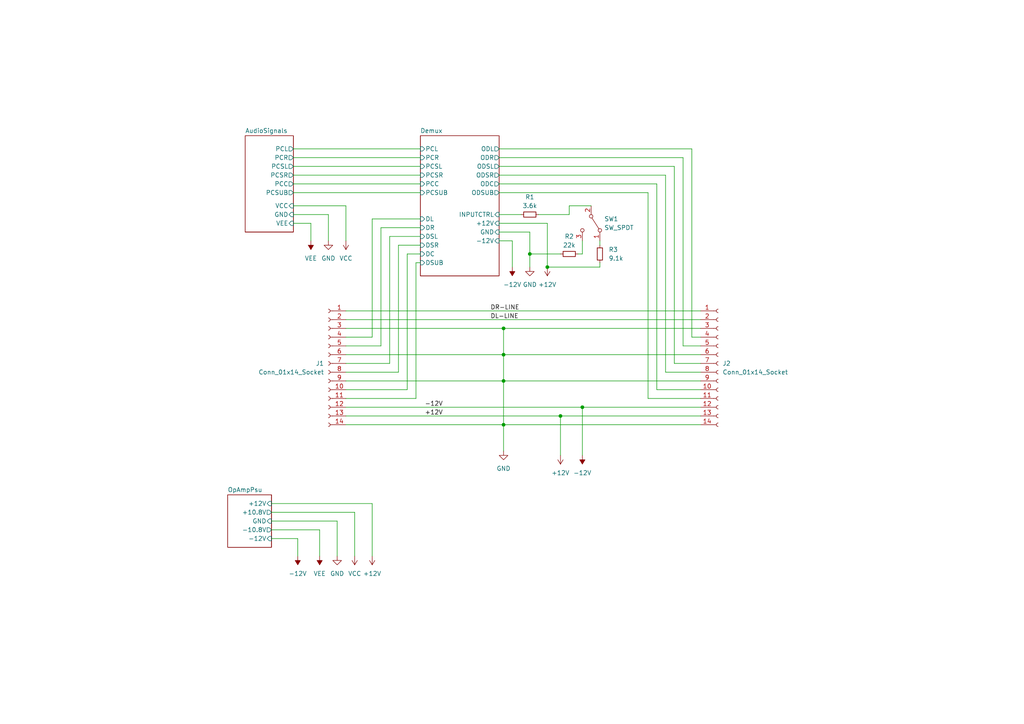
<source format=kicad_sch>
(kicad_sch (version 20230121) (generator eeschema)
  (paper "A4")
  (lib_symbols
    (symbol "Connector:Conn_01x14_Socket" (pin_names (offset 1.016) hide)
      (property "Reference" "J" (at 0 17.78 0))
      (property "Value" "Conn_01x14_Socket" (at 0 -20.32 0))
      (symbol "Conn_01x14_Socket_1_1"
        (arc (start 0 -17.272) (mid -0.5058 -17.78) (end 0 -18.288) (stroke (width 0.1524)))
        (arc (start 0 -14.732) (mid -0.5058 -15.24) (end 0 -15.748) (stroke (width 0.1524)))
        (arc (start 0 -12.192) (mid -0.5058 -12.7) (end 0 -13.208) (stroke (width 0.1524)))
        (arc (start 0 -9.652) (mid -0.5058 -10.16) (end 0 -10.668) (stroke (width 0.1524)))
        (arc (start 0 -7.112) (mid -0.5058 -7.62) (end 0 -8.128) (stroke (width 0.1524)))
        (arc (start 0 -4.572) (mid -0.5058 -5.08) (end 0 -5.588) (stroke (width 0.1524)))
        (arc (start 0 -2.032) (mid -0.5058 -2.54) (end 0 -3.048) (stroke (width 0.1524)))
        (polyline (pts (xy -1.27 -17.78) (xy -0.508 -17.78)) (stroke (width 0.1524)))
        (polyline (pts (xy -1.27 -15.24) (xy -0.508 -15.24)) (stroke (width 0.1524)))
        (polyline (pts (xy -1.27 -12.7) (xy -0.508 -12.7)) (stroke (width 0.1524)))
        (polyline (pts (xy -1.27 -10.16) (xy -0.508 -10.16)) (stroke (width 0.1524)))
        (polyline (pts (xy -1.27 -7.62) (xy -0.508 -7.62)) (stroke (width 0.1524)))
        (polyline (pts (xy -1.27 -5.08) (xy -0.508 -5.08)) (stroke (width 0.1524)))
        (polyline (pts (xy -1.27 -2.54) (xy -0.508 -2.54)) (stroke (width 0.1524)))
        (polyline (pts (xy -1.27 0) (xy -0.508 0)) (stroke (width 0.1524)))
        (polyline (pts (xy -1.27 2.54) (xy -0.508 2.54)) (stroke (width 0.1524)))
        (polyline (pts (xy -1.27 5.08) (xy -0.508 5.08)) (stroke (width 0.1524)))
        (polyline (pts (xy -1.27 7.62) (xy -0.508 7.62)) (stroke (width 0.1524)))
        (polyline (pts (xy -1.27 10.16) (xy -0.508 10.16)) (stroke (width 0.1524)))
        (polyline (pts (xy -1.27 12.7) (xy -0.508 12.7)) (stroke (width 0.1524)))
        (polyline (pts (xy -1.27 15.24) (xy -0.508 15.24)) (stroke (width 0.1524)))
        (arc (start 0 0.508) (mid -0.5058 0) (end 0 -0.508) (stroke (width 0.1524)))
        (arc (start 0 3.048) (mid -0.5058 2.54) (end 0 2.032) (stroke (width 0.1524)))
        (arc (start 0 5.588) (mid -0.5058 5.08) (end 0 4.572) (stroke (width 0.1524)))
        (arc (start 0 8.128) (mid -0.5058 7.62) (end 0 7.112) (stroke (width 0.1524)))
        (arc (start 0 10.668) (mid -0.5058 10.16) (end 0 9.652) (stroke (width 0.1524)))
        (arc (start 0 13.208) (mid -0.5058 12.7) (end 0 12.192) (stroke (width 0.1524)))
        (arc (start 0 15.748) (mid -0.5058 15.24) (end 0 14.732) (stroke (width 0.1524)))
        (pin passive line (at -5.08 15.24 0) (length 3.81) (name "Pin_1") (number "1"))
        (pin passive line (at -5.08 -7.62 0) (length 3.81) (name "Pin_10") (number "10"))
        (pin passive line (at -5.08 -10.16 0) (length 3.81) (name "Pin_11") (number "11"))
        (pin passive line (at -5.08 -12.7 0) (length 3.81) (name "Pin_12") (number "12"))
        (pin passive line (at -5.08 -15.24 0) (length 3.81) (name "Pin_13") (number "13"))
        (pin passive line (at -5.08 -17.78 0) (length 3.81) (name "Pin_14") (number "14"))
        (pin passive line (at -5.08 12.7 0) (length 3.81) (name "Pin_2") (number "2"))
        (pin passive line (at -5.08 10.16 0) (length 3.81) (name "Pin_3") (number "3"))
        (pin passive line (at -5.08 7.62 0) (length 3.81) (name "Pin_4") (number "4"))
        (pin passive line (at -5.08 5.08 0) (length 3.81) (name "Pin_5") (number "5"))
        (pin passive line (at -5.08 2.54 0) (length 3.81) (name "Pin_6") (number "6"))
        (pin passive line (at -5.08 0 0) (length 3.81) (name "Pin_7") (number "7"))
        (pin passive line (at -5.08 -2.54 0) (length 3.81) (name "Pin_8") (number "8"))
        (pin passive line (at -5.08 -5.08 0) (length 3.81) (name "Pin_9") (number "9"))
      )
    )
    (symbol "Device:R_Small" (pin_numbers hide) (pin_names (offset 0.254) hide)
      (property "Reference" "R" (at 0.762 0.508 0))
      (property "Value" "R_Small" (at 0.762 -1.016 0))
      (symbol "R_Small_0_1"
        (rectangle (start -0.762 1.778) (end 0.762 -1.778) (stroke (width 0.2032)))
      )
      (symbol "R_Small_1_1"
        (pin passive line (at 0 2.54 270) (length 0.762) (name "~") (number "1"))
        (pin passive line (at 0 -2.54 90) (length 0.762) (name "~") (number "2"))
      )
    )
    (symbol "Switch:SW_SPDT" (pin_names (offset 0) hide)
      (property "Reference" "SW" (at 0 4.318 0))
      (property "Value" "SW_SPDT" (at 0 -5.08 0))
      (symbol "SW_SPDT_0_0"
        (circle (center -2.032 0) (radius 0.508))
        (circle (center 2.032 -2.54) (radius 0.508))
      )
      (symbol "SW_SPDT_0_1"
        (polyline (pts (xy -1.524 0.254) (xy 1.651 2.286)))
        (circle (center 2.032 2.54) (radius 0.508))
      )
      (symbol "SW_SPDT_1_1"
        (pin passive line (at 5.08 2.54 180) (length 2.54) (name "A") (number "1"))
        (pin passive line (at -5.08 0 0) (length 2.54) (name "B") (number "2"))
        (pin passive line (at 5.08 -2.54 180) (length 2.54) (name "C") (number "3"))
      )
    )
    (symbol "power:+12V" (power) (pin_names (offset 0))
      (property "Value" "+12V" (at 0 3.556 0))
      (symbol "+12V_0_1"
        (polyline (pts (xy -0.762 1.27) (xy 0 2.54)))
        (polyline (pts (xy 0 0) (xy 0 2.54)))
        (polyline (pts (xy 0 2.54) (xy 0.762 1.27)))
      )
      (symbol "+12V_1_1"
        (pin power_in line (at 0 0 90) (length 0) hide (name "+12V") (number "1"))
      )
    )
    (symbol "power:-12V" (power) (pin_names (offset 0))
      (property "Value" "-12V" (at 0 3.81 0))
      (symbol "-12V_0_0"
        (pin power_in line (at 0 0 90) (length 0) hide (name "-12V") (number "1"))
      )
      (symbol "-12V_0_1"
        (polyline (pts (xy 0 0) (xy 0 1.27) (xy 0.762 1.27) (xy 0 2.54) (xy -0.762 1.27) (xy 0 1.27)) (fill (type outline)))
      )
    )
    (symbol "power:GND" (power) (pin_names (offset 0))
      (property "Value" "GND" (at 0 -3.81 0))
      (symbol "GND_0_1"
        (polyline (pts (xy 0 0) (xy 0 -1.27) (xy 1.27 -1.27) (xy 0 -2.54) (xy -1.27 -1.27) (xy 0 -1.27)))
      )
      (symbol "GND_1_1"
        (pin power_in line (at 0 0 270) (length 0) hide (name "GND") (number "1"))
      )
    )
    (symbol "power:VCC" (power) (pin_names (offset 0))
      (property "Value" "VCC" (at 0 3.81 0))
      (symbol "VCC_0_1"
        (polyline (pts (xy -0.762 1.27) (xy 0 2.54)))
        (polyline (pts (xy 0 0) (xy 0 2.54)))
        (polyline (pts (xy 0 2.54) (xy 0.762 1.27)))
      )
      (symbol "VCC_1_1"
        (pin power_in line (at 0 0 90) (length 0) hide (name "VCC") (number "1"))
      )
    )
    (symbol "power:VEE" (power) (pin_names (offset 0))
      (property "Value" "VEE" (at 0 3.81 0))
      (symbol "VEE_0_1"
        (polyline (pts (xy 0 0) (xy 0 2.54)))
        (polyline (pts (xy 0.762 1.27) (xy -0.762 1.27) (xy 0 2.54) (xy 0.762 1.27)) (fill (type outline)))
      )
      (symbol "VEE_1_1"
        (pin power_in line (at 0 0 90) (length 0) hide (name "VEE") (number "1"))
      )
    )
  )
  (junction (at 162.56 120.65))
  (junction (at 146.05 95.25))
  (junction (at 146.05 110.49))
  (junction (at 158.75 77.47))
  (junction (at 168.91 118.11))
  (junction (at 153.67 73.66))
  (junction (at 146.05 102.87))
  (junction (at 146.05 123.19))
  (wire (pts (xy 146.05 95.25) (xy 203.2 95.25)))
  (wire (pts (xy 120.65 76.2) (xy 121.92 76.2)))
  (wire (pts (xy 146.05 95.25) (xy 146.05 102.87)))
  (wire (pts (xy 100.33 105.41) (xy 113.03 105.41)))
  (wire (pts (xy 100.33 95.25) (xy 146.05 95.25)))
  (wire (pts (xy 203.2 100.33) (xy 198.12 100.33)))
  (wire (pts (xy 118.11 113.03) (xy 118.11 73.66)))
  (wire (pts (xy 100.33 107.95) (xy 115.57 107.95)))
  (wire (pts (xy 173.99 69.85) (xy 173.99 71.12)))
  (wire (pts (xy 92.71 161.29) (xy 92.71 153.67)))
  (wire (pts (xy 146.05 123.19) (xy 146.05 130.81)))
  (wire (pts (xy 85.09 43.18) (xy 121.92 43.18)))
  (wire (pts (xy 100.33 69.85) (xy 100.33 59.69)))
  (wire (pts (xy 95.25 62.23) (xy 95.25 69.85)))
  (wire (pts (xy 203.2 97.79) (xy 200.66 97.79)))
  (wire (pts (xy 146.05 102.87) (xy 146.05 110.49)))
  (wire (pts (xy 203.2 113.03) (xy 190.5 113.03)))
  (wire (pts (xy 168.91 73.66) (xy 167.64 73.66)))
  (wire (pts (xy 85.09 48.26) (xy 121.92 48.26)))
  (wire (pts (xy 100.33 113.03) (xy 118.11 113.03)))
  (wire (pts (xy 158.75 77.47) (xy 173.99 77.47)))
  (wire (pts (xy 86.36 156.21) (xy 86.36 161.29)))
  (wire (pts (xy 187.96 115.57) (xy 187.96 55.88)))
  (wire (pts (xy 193.04 107.95) (xy 193.04 50.8)))
  (wire (pts (xy 100.33 97.79) (xy 107.95 97.79)))
  (wire (pts (xy 110.49 66.04) (xy 121.92 66.04)))
  (wire (pts (xy 162.56 120.65) (xy 203.2 120.65)))
  (wire (pts (xy 168.91 118.11) (xy 168.91 132.08)))
  (wire (pts (xy 115.57 71.12) (xy 121.92 71.12)))
  (wire (pts (xy 144.78 62.23) (xy 151.13 62.23)))
  (wire (pts (xy 165.1 62.23) (xy 165.1 59.69)))
  (wire (pts (xy 146.05 110.49) (xy 203.2 110.49)))
  (wire (pts (xy 198.12 45.72) (xy 144.78 45.72)))
  (wire (pts (xy 153.67 67.31) (xy 153.67 73.66)))
  (wire (pts (xy 115.57 107.95) (xy 115.57 71.12)))
  (wire (pts (xy 168.91 69.85) (xy 168.91 73.66)))
  (wire (pts (xy 78.74 151.13) (xy 97.79 151.13)))
  (wire (pts (xy 190.5 113.03) (xy 190.5 53.34)))
  (wire (pts (xy 85.09 50.8) (xy 121.92 50.8)))
  (wire (pts (xy 107.95 63.5) (xy 107.95 97.79)))
  (wire (pts (xy 85.09 45.72) (xy 121.92 45.72)))
  (wire (pts (xy 144.78 67.31) (xy 153.67 67.31)))
  (wire (pts (xy 153.67 73.66) (xy 153.67 77.47)))
  (wire (pts (xy 165.1 59.69) (xy 171.45 59.69)))
  (wire (pts (xy 158.75 64.77) (xy 158.75 77.47)))
  (wire (pts (xy 100.33 115.57) (xy 120.65 115.57)))
  (wire (pts (xy 78.74 156.21) (xy 86.36 156.21)))
  (wire (pts (xy 146.05 102.87) (xy 203.2 102.87)))
  (wire (pts (xy 92.71 153.67) (xy 78.74 153.67)))
  (wire (pts (xy 100.33 120.65) (xy 162.56 120.65)))
  (wire (pts (xy 100.33 102.87) (xy 146.05 102.87)))
  (wire (pts (xy 110.49 100.33) (xy 110.49 66.04)))
  (wire (pts (xy 100.33 110.49) (xy 146.05 110.49)))
  (wire (pts (xy 78.74 146.05) (xy 107.95 146.05)))
  (wire (pts (xy 100.33 100.33) (xy 110.49 100.33)))
  (wire (pts (xy 100.33 59.69) (xy 85.09 59.69)))
  (wire (pts (xy 153.67 73.66) (xy 162.56 73.66)))
  (wire (pts (xy 144.78 64.77) (xy 158.75 64.77)))
  (wire (pts (xy 195.58 105.41) (xy 195.58 48.26)))
  (wire (pts (xy 203.2 107.95) (xy 193.04 107.95)))
  (wire (pts (xy 118.11 73.66) (xy 121.92 73.66)))
  (wire (pts (xy 156.21 62.23) (xy 165.1 62.23)))
  (wire (pts (xy 148.59 69.85) (xy 148.59 77.47)))
  (wire (pts (xy 203.2 115.57) (xy 187.96 115.57)))
  (wire (pts (xy 193.04 50.8) (xy 144.78 50.8)))
  (wire (pts (xy 173.99 76.2) (xy 173.99 77.47)))
  (wire (pts (xy 162.56 120.65) (xy 162.56 132.08)))
  (wire (pts (xy 146.05 110.49) (xy 146.05 123.19)))
  (wire (pts (xy 100.33 118.11) (xy 168.91 118.11)))
  (wire (pts (xy 120.65 115.57) (xy 120.65 76.2)))
  (wire (pts (xy 90.17 64.77) (xy 85.09 64.77)))
  (wire (pts (xy 195.58 48.26) (xy 144.78 48.26)))
  (wire (pts (xy 85.09 55.88) (xy 121.92 55.88)))
  (wire (pts (xy 97.79 151.13) (xy 97.79 161.29)))
  (wire (pts (xy 203.2 105.41) (xy 195.58 105.41)))
  (wire (pts (xy 100.33 90.17) (xy 203.2 90.17)))
  (wire (pts (xy 113.03 68.58) (xy 121.92 68.58)))
  (wire (pts (xy 85.09 53.34) (xy 121.92 53.34)))
  (wire (pts (xy 198.12 100.33) (xy 198.12 45.72)))
  (wire (pts (xy 107.95 63.5) (xy 121.92 63.5)))
  (wire (pts (xy 113.03 105.41) (xy 113.03 68.58)))
  (wire (pts (xy 146.05 123.19) (xy 203.2 123.19)))
  (wire (pts (xy 190.5 53.34) (xy 144.78 53.34)))
  (wire (pts (xy 102.87 148.59) (xy 102.87 161.29)))
  (wire (pts (xy 200.66 97.79) (xy 200.66 43.18)))
  (wire (pts (xy 100.33 92.71) (xy 203.2 92.71)))
  (wire (pts (xy 168.91 118.11) (xy 203.2 118.11)))
  (wire (pts (xy 144.78 69.85) (xy 148.59 69.85)))
  (wire (pts (xy 100.33 123.19) (xy 146.05 123.19)))
  (wire (pts (xy 85.09 62.23) (xy 95.25 62.23)))
  (wire (pts (xy 78.74 148.59) (xy 102.87 148.59)))
  (wire (pts (xy 187.96 55.88) (xy 144.78 55.88)))
  (wire (pts (xy 200.66 43.18) (xy 144.78 43.18)))
  (wire (pts (xy 107.95 146.05) (xy 107.95 161.29)))
  (wire (pts (xy 90.17 69.85) (xy 90.17 64.77)))
  (label "DR-LINE" (at 142.24 90.17 0))
  (label "-12V" (at 123.19 118.11 0))
  (label "+12V" (at 123.19 120.65 0))
  (label "DL-LINE" (at 142.24 92.71 0))
  (symbol (lib_id "Connector:Conn_01x14_Socket") (at 208.28 105.41 0) (unit 1)
    (property "Reference" "J2" (at 209.55 105.41 0) (effects (justify left)))
    (property "Value" "Conn_01x14_Socket" (at 209.55 107.95 0) (effects (justify left)))
  )
  (symbol (lib_id "power:VEE") (at 90.17 69.85 180) (unit 1)
    (property "Reference" "#PWR02" (effects hide))
    (property "Value" "VEE" (at 90.17 74.93 0))
  )
  (symbol (lib_id "power:+12V") (at 158.75 77.47 180) (unit 1)
    (property "Reference" "#PWR012" (effects hide))
    (property "Value" "+12V" (at 158.75 82.55 0))
  )
  (symbol (lib_id "Device:R_Small") (at 165.1 73.66 90) (unit 1)
    (property "Reference" "R2" (at 165.1 68.58 90))
    (property "Value" "22k" (at 165.1 71.12 90))
    (property "Desc" "22k 5% 0,1W" (effects hide))
  )
  (symbol (lib_id "Device:R_Small") (at 173.99 73.66 180) (unit 1)
    (property "Reference" "R3" (at 176.53 72.39 0) (effects (justify right)))
    (property "Value" "9.1k" (at 176.53 74.93 0) (effects (justify right)))
    (property "Desc" "9K1 5% 0,1W" (effects hide))
  )
  (symbol (lib_id "power:+12V") (at 107.95 161.29 180) (unit 1)
    (property "Reference" "#PWR08" (effects hide))
    (property "Value" "+12V" (at 107.95 166.37 0))
  )
  (symbol (lib_id "power:VCC") (at 100.33 69.85 180) (unit 1)
    (property "Reference" "#PWR06" (effects hide))
    (property "Value" "VCC" (at 100.33 74.93 0))
  )
  (symbol (lib_id "Connector:Conn_01x14_Socket") (at 95.25 105.41 0) (mirror y) (unit 1)
    (property "Reference" "J1" (at 93.98 105.41 0) (effects (justify left)))
    (property "Value" "Conn_01x14_Socket" (at 93.98 107.95 0) (effects (justify left)))
  )
  (symbol (lib_id "power:GND") (at 97.79 161.29 0) (unit 1)
    (property "Reference" "#PWR05" (effects hide))
    (property "Value" "GND" (at 97.79 166.37 0))
  )
  (symbol (lib_id "power:+12V") (at 162.56 132.08 180) (unit 1)
    (property "Reference" "#PWR013" (effects hide))
    (property "Value" "+12V" (at 162.56 137.16 0))
  )
  (symbol (lib_id "power:VCC") (at 102.87 161.29 180) (unit 1)
    (property "Reference" "#PWR07" (effects hide))
    (property "Value" "VCC" (at 102.87 166.37 0))
  )
  (symbol (lib_id "power:-12V") (at 168.91 132.08 180) (unit 1)
    (property "Reference" "#PWR014" (effects hide))
    (property "Value" "-12V" (at 168.91 137.16 0))
  )
  (symbol (lib_id "power:-12V") (at 86.36 161.29 180) (unit 1)
    (property "Reference" "#PWR01" (effects hide))
    (property "Value" "-12V" (at 86.36 166.37 0))
  )
  (symbol (lib_id "power:GND") (at 146.05 130.81 0) (unit 1)
    (property "Reference" "#PWR09" (effects hide))
    (property "Value" "GND" (at 146.05 135.89 0))
  )
  (symbol (lib_id "power:GND") (at 153.67 77.47 0) (unit 1)
    (property "Reference" "#PWR011" (effects hide))
    (property "Value" "GND" (at 153.67 82.55 0))
  )
  (symbol (lib_id "Switch:SW_SPDT") (at 171.45 64.77 270) (unit 1)
    (property "Reference" "SW1" (at 175.26 63.5 90) (effects (justify left)))
    (property "Value" "SW_SPDT" (at 175.26 66.04 90) (effects (justify left)))
  )
  (symbol (lib_id "power:VEE") (at 92.71 161.29 180) (unit 1)
    (property "Reference" "#PWR03" (effects hide))
    (property "Value" "VEE" (at 92.71 166.37 0))
  )
  (symbol (lib_id "power:-12V") (at 148.59 77.47 180) (unit 1)
    (property "Reference" "#PWR010" (effects hide))
    (property "Value" "-12V" (at 148.59 82.55 0))
  )
  (symbol (lib_id "Device:R_Small") (at 153.67 62.23 90) (unit 1)
    (property "Reference" "R1" (at 153.67 57.15 90))
    (property "Value" "3.6k" (at 153.67 59.69 90))
    (property "Desc" "3k6 5% 0,1W" (effects hide))
  )
  (symbol (lib_id "power:GND") (at 95.25 69.85 0) (unit 1)
    (property "Reference" "#PWR04" (effects hide))
    (property "Value" "GND" (at 95.25 74.93 0))
  )
  (sheet (at 66.04 143.51) (size 12.7 15.24) (stroke (width 0.1524))
    (property "Sheetname" "OpAmpPsu" (at 66.04 142.7984 0) (effects (justify left bottom)))
    (property "Sheetfile" "OpAmpPsu.kicad_sch" (effects hide))
    (pin "-10.8V" output (at 78.74 153.67 0))
    (pin "GND" input (at 78.74 151.13 0))
    (pin "-12V" input (at 78.74 156.21 0))
    (pin "+10.8V" output (at 78.74 148.59 0))
    (pin "+12V" input (at 78.74 146.05 0))
  )
  (sheet (at 121.92 39.37) (size 22.86 40.64) (stroke (width 0.1524))
    (property "Sheetname" "Demux" (at 121.92 38.6584 0) (effects (justify left bottom)))
    (property "Sheetfile" "Demux.kicad_sch" (effects hide))
    (pin "-12V" input (at 144.78 69.85 0))
    (pin "GND" input (at 144.78 67.31 0))
    (pin "PCSUB" input (at 121.92 55.88 180))
    (pin "DSR" input (at 121.92 71.12 180))
    (pin "PCSL" input (at 121.92 48.26 180))
    (pin "DSL" input (at 121.92 68.58 180))
    (pin "PCSR" input (at 121.92 50.8 180))
    (pin "DSUB" input (at 121.92 76.2 180))
    (pin "ODR" output (at 144.78 45.72 0))
    (pin "ODL" output (at 144.78 43.18 0))
    (pin "PCL" input (at 121.92 43.18 180))
    (pin "DR" input (at 121.92 66.04 180))
    (pin "DL" input (at 121.92 63.5 180))
    (pin "PCR" input (at 121.92 45.72 180))
    (pin "PCC" input (at 121.92 53.34 180))
    (pin "DC" input (at 121.92 73.66 180))
    (pin "ODSUB" output (at 144.78 55.88 0))
    (pin "+12V" input (at 144.78 64.77 0))
    (pin "ODC" output (at 144.78 53.34 0))
    (pin "ODSL" output (at 144.78 48.26 0))
    (pin "ODSR" output (at 144.78 50.8 0))
    (pin "INPUTCTRL" input (at 144.78 62.23 0))
  )
  (sheet (at 71.12 39.37) (size 13.97 27.94) (stroke (width 0.1524))
    (property "Sheetname" "AudioSignals" (at 71.12 38.6584 0) (effects (justify left bottom)))
    (property "Sheetfile" "AudioSignals.kicad_sch" (effects hide))
    (pin "PCSUB" output (at 85.09 55.88 0))
    (pin "GND" input (at 85.09 62.23 0))
    (pin "PCSR" output (at 85.09 50.8 0))
    (pin "PCC" output (at 85.09 53.34 0))
    (pin "PCR" output (at 85.09 45.72 0))
    (pin "PCL" output (at 85.09 43.18 0))
    (pin "PCSL" output (at 85.09 48.26 0))
    (pin "VEE" input (at 85.09 64.77 0))
    (pin "VCC" input (at 85.09 59.69 0))
  )
)
</source>
